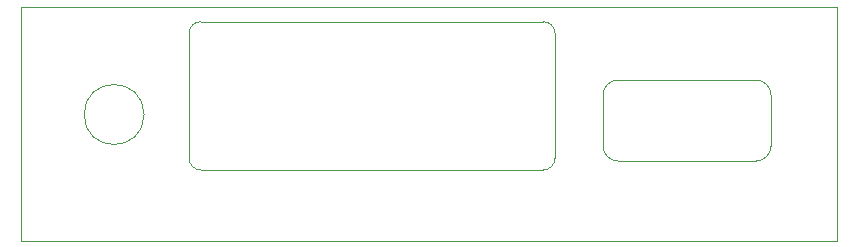
<source format=gbr>
%TF.GenerationSoftware,KiCad,Pcbnew,(5.1.6)-1*%
%TF.CreationDate,2020-11-22T20:04:26-08:00*%
%TF.ProjectId,vgavt1593-front,76676176-7431-4353-9933-2d66726f6e74,rev?*%
%TF.SameCoordinates,Original*%
%TF.FileFunction,Profile,NP*%
%FSLAX46Y46*%
G04 Gerber Fmt 4.6, Leading zero omitted, Abs format (unit mm)*
G04 Created by KiCad (PCBNEW (5.1.6)-1) date 2020-11-22 20:04:26*
%MOMM*%
%LPD*%
G01*
G04 APERTURE LIST*
%TA.AperFunction,Profile*%
%ADD10C,0.050000*%
%TD*%
%TA.AperFunction,Profile*%
%ADD11C,0.100000*%
%TD*%
G04 APERTURE END LIST*
D10*
X87376000Y-37211000D02*
G75*
G02*
X86106000Y-38481000I-1270000J0D01*
G01*
X86106000Y-31623000D02*
G75*
G02*
X87376000Y-32893000I0J-1270000D01*
G01*
X73152000Y-32893000D02*
G75*
G02*
X74422000Y-31623000I1270000J0D01*
G01*
X73152000Y-32893000D02*
X73152000Y-37211000D01*
X74422000Y-31623000D02*
X86106000Y-31623000D01*
X86106000Y-38481000D02*
X74422000Y-38481000D01*
X74422000Y-38481000D02*
G75*
G02*
X73152000Y-37211000I0J1270000D01*
G01*
X87376000Y-32893000D02*
X87376000Y-37211000D01*
X34290000Y-34544000D02*
G75*
G03*
X34290000Y-34544000I-2540000J0D01*
G01*
X39116000Y-39243000D02*
G75*
G02*
X38100000Y-38227000I0J1016000D01*
G01*
X69088000Y-38227000D02*
G75*
G02*
X68072000Y-39243000I-1016000J0D01*
G01*
X68072000Y-26670000D02*
G75*
G02*
X69088000Y-27686000I0J-1016000D01*
G01*
X38100000Y-27686000D02*
G75*
G02*
X39116000Y-26670000I1016000J0D01*
G01*
X38100000Y-38227000D02*
X38100000Y-27686000D01*
X68072000Y-39243000D02*
X39116000Y-39243000D01*
X69088000Y-27686000D02*
X69088000Y-38227000D01*
X39116000Y-26670000D02*
X68072000Y-26670000D01*
D11*
X23876000Y-25400000D02*
X23876000Y-45212000D01*
X92964000Y-25400000D02*
X23876000Y-25400000D01*
X92964000Y-45212000D02*
X92964000Y-25400000D01*
X23876000Y-45212000D02*
X92964000Y-45212000D01*
M02*

</source>
